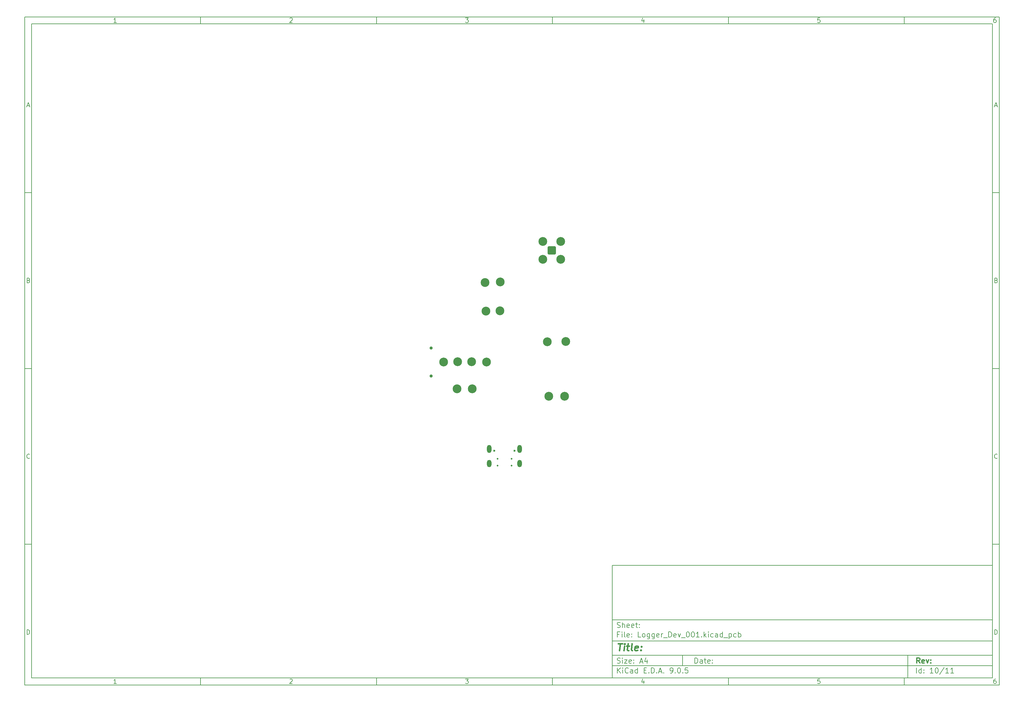
<source format=gbr>
%TF.GenerationSoftware,KiCad,Pcbnew,9.0.5*%
%TF.CreationDate,2025-12-06T02:43:12+13:00*%
%TF.ProjectId,Logger_Dev_001,4c6f6767-6572-45f4-9465-765f3030312e,rev?*%
%TF.SameCoordinates,Original*%
%TF.FileFunction,Soldermask,Bot*%
%TF.FilePolarity,Negative*%
%FSLAX46Y46*%
G04 Gerber Fmt 4.6, Leading zero omitted, Abs format (unit mm)*
G04 Created by KiCad (PCBNEW 9.0.5) date 2025-12-06 02:43:12*
%MOMM*%
%LPD*%
G01*
G04 APERTURE LIST*
G04 Aperture macros list*
%AMRoundRect*
0 Rectangle with rounded corners*
0 $1 Rounding radius*
0 $2 $3 $4 $5 $6 $7 $8 $9 X,Y pos of 4 corners*
0 Add a 4 corners polygon primitive as box body*
4,1,4,$2,$3,$4,$5,$6,$7,$8,$9,$2,$3,0*
0 Add four circle primitives for the rounded corners*
1,1,$1+$1,$2,$3*
1,1,$1+$1,$4,$5*
1,1,$1+$1,$6,$7*
1,1,$1+$1,$8,$9*
0 Add four rect primitives between the rounded corners*
20,1,$1+$1,$2,$3,$4,$5,0*
20,1,$1+$1,$4,$5,$6,$7,0*
20,1,$1+$1,$6,$7,$8,$9,0*
20,1,$1+$1,$8,$9,$2,$3,0*%
G04 Aperture macros list end*
%ADD10C,0.100000*%
%ADD11C,0.150000*%
%ADD12C,0.300000*%
%ADD13C,0.400000*%
%ADD14C,0.600000*%
%ADD15O,1.300000X2.300000*%
%ADD16O,1.300000X2.100000*%
%ADD17C,0.500000*%
%ADD18RoundRect,0.200100X-0.949900X-0.949900X0.949900X-0.949900X0.949900X0.949900X-0.949900X0.949900X0*%
%ADD19C,2.500000*%
%ADD20C,0.900000*%
G04 APERTURE END LIST*
D10*
D11*
X177002200Y-166007200D02*
X285002200Y-166007200D01*
X285002200Y-198007200D01*
X177002200Y-198007200D01*
X177002200Y-166007200D01*
D10*
D11*
X10000000Y-10000000D02*
X287002200Y-10000000D01*
X287002200Y-200007200D01*
X10000000Y-200007200D01*
X10000000Y-10000000D01*
D10*
D11*
X12000000Y-12000000D02*
X285002200Y-12000000D01*
X285002200Y-198007200D01*
X12000000Y-198007200D01*
X12000000Y-12000000D01*
D10*
D11*
X60000000Y-12000000D02*
X60000000Y-10000000D01*
D10*
D11*
X110000000Y-12000000D02*
X110000000Y-10000000D01*
D10*
D11*
X160000000Y-12000000D02*
X160000000Y-10000000D01*
D10*
D11*
X210000000Y-12000000D02*
X210000000Y-10000000D01*
D10*
D11*
X260000000Y-12000000D02*
X260000000Y-10000000D01*
D10*
D11*
X36089160Y-11593604D02*
X35346303Y-11593604D01*
X35717731Y-11593604D02*
X35717731Y-10293604D01*
X35717731Y-10293604D02*
X35593922Y-10479319D01*
X35593922Y-10479319D02*
X35470112Y-10603128D01*
X35470112Y-10603128D02*
X35346303Y-10665033D01*
D10*
D11*
X85346303Y-10417414D02*
X85408207Y-10355509D01*
X85408207Y-10355509D02*
X85532017Y-10293604D01*
X85532017Y-10293604D02*
X85841541Y-10293604D01*
X85841541Y-10293604D02*
X85965350Y-10355509D01*
X85965350Y-10355509D02*
X86027255Y-10417414D01*
X86027255Y-10417414D02*
X86089160Y-10541223D01*
X86089160Y-10541223D02*
X86089160Y-10665033D01*
X86089160Y-10665033D02*
X86027255Y-10850747D01*
X86027255Y-10850747D02*
X85284398Y-11593604D01*
X85284398Y-11593604D02*
X86089160Y-11593604D01*
D10*
D11*
X135284398Y-10293604D02*
X136089160Y-10293604D01*
X136089160Y-10293604D02*
X135655826Y-10788842D01*
X135655826Y-10788842D02*
X135841541Y-10788842D01*
X135841541Y-10788842D02*
X135965350Y-10850747D01*
X135965350Y-10850747D02*
X136027255Y-10912652D01*
X136027255Y-10912652D02*
X136089160Y-11036461D01*
X136089160Y-11036461D02*
X136089160Y-11345985D01*
X136089160Y-11345985D02*
X136027255Y-11469795D01*
X136027255Y-11469795D02*
X135965350Y-11531700D01*
X135965350Y-11531700D02*
X135841541Y-11593604D01*
X135841541Y-11593604D02*
X135470112Y-11593604D01*
X135470112Y-11593604D02*
X135346303Y-11531700D01*
X135346303Y-11531700D02*
X135284398Y-11469795D01*
D10*
D11*
X185965350Y-10726938D02*
X185965350Y-11593604D01*
X185655826Y-10231700D02*
X185346303Y-11160271D01*
X185346303Y-11160271D02*
X186151064Y-11160271D01*
D10*
D11*
X236027255Y-10293604D02*
X235408207Y-10293604D01*
X235408207Y-10293604D02*
X235346303Y-10912652D01*
X235346303Y-10912652D02*
X235408207Y-10850747D01*
X235408207Y-10850747D02*
X235532017Y-10788842D01*
X235532017Y-10788842D02*
X235841541Y-10788842D01*
X235841541Y-10788842D02*
X235965350Y-10850747D01*
X235965350Y-10850747D02*
X236027255Y-10912652D01*
X236027255Y-10912652D02*
X236089160Y-11036461D01*
X236089160Y-11036461D02*
X236089160Y-11345985D01*
X236089160Y-11345985D02*
X236027255Y-11469795D01*
X236027255Y-11469795D02*
X235965350Y-11531700D01*
X235965350Y-11531700D02*
X235841541Y-11593604D01*
X235841541Y-11593604D02*
X235532017Y-11593604D01*
X235532017Y-11593604D02*
X235408207Y-11531700D01*
X235408207Y-11531700D02*
X235346303Y-11469795D01*
D10*
D11*
X285965350Y-10293604D02*
X285717731Y-10293604D01*
X285717731Y-10293604D02*
X285593922Y-10355509D01*
X285593922Y-10355509D02*
X285532017Y-10417414D01*
X285532017Y-10417414D02*
X285408207Y-10603128D01*
X285408207Y-10603128D02*
X285346303Y-10850747D01*
X285346303Y-10850747D02*
X285346303Y-11345985D01*
X285346303Y-11345985D02*
X285408207Y-11469795D01*
X285408207Y-11469795D02*
X285470112Y-11531700D01*
X285470112Y-11531700D02*
X285593922Y-11593604D01*
X285593922Y-11593604D02*
X285841541Y-11593604D01*
X285841541Y-11593604D02*
X285965350Y-11531700D01*
X285965350Y-11531700D02*
X286027255Y-11469795D01*
X286027255Y-11469795D02*
X286089160Y-11345985D01*
X286089160Y-11345985D02*
X286089160Y-11036461D01*
X286089160Y-11036461D02*
X286027255Y-10912652D01*
X286027255Y-10912652D02*
X285965350Y-10850747D01*
X285965350Y-10850747D02*
X285841541Y-10788842D01*
X285841541Y-10788842D02*
X285593922Y-10788842D01*
X285593922Y-10788842D02*
X285470112Y-10850747D01*
X285470112Y-10850747D02*
X285408207Y-10912652D01*
X285408207Y-10912652D02*
X285346303Y-11036461D01*
D10*
D11*
X60000000Y-198007200D02*
X60000000Y-200007200D01*
D10*
D11*
X110000000Y-198007200D02*
X110000000Y-200007200D01*
D10*
D11*
X160000000Y-198007200D02*
X160000000Y-200007200D01*
D10*
D11*
X210000000Y-198007200D02*
X210000000Y-200007200D01*
D10*
D11*
X260000000Y-198007200D02*
X260000000Y-200007200D01*
D10*
D11*
X36089160Y-199600804D02*
X35346303Y-199600804D01*
X35717731Y-199600804D02*
X35717731Y-198300804D01*
X35717731Y-198300804D02*
X35593922Y-198486519D01*
X35593922Y-198486519D02*
X35470112Y-198610328D01*
X35470112Y-198610328D02*
X35346303Y-198672233D01*
D10*
D11*
X85346303Y-198424614D02*
X85408207Y-198362709D01*
X85408207Y-198362709D02*
X85532017Y-198300804D01*
X85532017Y-198300804D02*
X85841541Y-198300804D01*
X85841541Y-198300804D02*
X85965350Y-198362709D01*
X85965350Y-198362709D02*
X86027255Y-198424614D01*
X86027255Y-198424614D02*
X86089160Y-198548423D01*
X86089160Y-198548423D02*
X86089160Y-198672233D01*
X86089160Y-198672233D02*
X86027255Y-198857947D01*
X86027255Y-198857947D02*
X85284398Y-199600804D01*
X85284398Y-199600804D02*
X86089160Y-199600804D01*
D10*
D11*
X135284398Y-198300804D02*
X136089160Y-198300804D01*
X136089160Y-198300804D02*
X135655826Y-198796042D01*
X135655826Y-198796042D02*
X135841541Y-198796042D01*
X135841541Y-198796042D02*
X135965350Y-198857947D01*
X135965350Y-198857947D02*
X136027255Y-198919852D01*
X136027255Y-198919852D02*
X136089160Y-199043661D01*
X136089160Y-199043661D02*
X136089160Y-199353185D01*
X136089160Y-199353185D02*
X136027255Y-199476995D01*
X136027255Y-199476995D02*
X135965350Y-199538900D01*
X135965350Y-199538900D02*
X135841541Y-199600804D01*
X135841541Y-199600804D02*
X135470112Y-199600804D01*
X135470112Y-199600804D02*
X135346303Y-199538900D01*
X135346303Y-199538900D02*
X135284398Y-199476995D01*
D10*
D11*
X185965350Y-198734138D02*
X185965350Y-199600804D01*
X185655826Y-198238900D02*
X185346303Y-199167471D01*
X185346303Y-199167471D02*
X186151064Y-199167471D01*
D10*
D11*
X236027255Y-198300804D02*
X235408207Y-198300804D01*
X235408207Y-198300804D02*
X235346303Y-198919852D01*
X235346303Y-198919852D02*
X235408207Y-198857947D01*
X235408207Y-198857947D02*
X235532017Y-198796042D01*
X235532017Y-198796042D02*
X235841541Y-198796042D01*
X235841541Y-198796042D02*
X235965350Y-198857947D01*
X235965350Y-198857947D02*
X236027255Y-198919852D01*
X236027255Y-198919852D02*
X236089160Y-199043661D01*
X236089160Y-199043661D02*
X236089160Y-199353185D01*
X236089160Y-199353185D02*
X236027255Y-199476995D01*
X236027255Y-199476995D02*
X235965350Y-199538900D01*
X235965350Y-199538900D02*
X235841541Y-199600804D01*
X235841541Y-199600804D02*
X235532017Y-199600804D01*
X235532017Y-199600804D02*
X235408207Y-199538900D01*
X235408207Y-199538900D02*
X235346303Y-199476995D01*
D10*
D11*
X285965350Y-198300804D02*
X285717731Y-198300804D01*
X285717731Y-198300804D02*
X285593922Y-198362709D01*
X285593922Y-198362709D02*
X285532017Y-198424614D01*
X285532017Y-198424614D02*
X285408207Y-198610328D01*
X285408207Y-198610328D02*
X285346303Y-198857947D01*
X285346303Y-198857947D02*
X285346303Y-199353185D01*
X285346303Y-199353185D02*
X285408207Y-199476995D01*
X285408207Y-199476995D02*
X285470112Y-199538900D01*
X285470112Y-199538900D02*
X285593922Y-199600804D01*
X285593922Y-199600804D02*
X285841541Y-199600804D01*
X285841541Y-199600804D02*
X285965350Y-199538900D01*
X285965350Y-199538900D02*
X286027255Y-199476995D01*
X286027255Y-199476995D02*
X286089160Y-199353185D01*
X286089160Y-199353185D02*
X286089160Y-199043661D01*
X286089160Y-199043661D02*
X286027255Y-198919852D01*
X286027255Y-198919852D02*
X285965350Y-198857947D01*
X285965350Y-198857947D02*
X285841541Y-198796042D01*
X285841541Y-198796042D02*
X285593922Y-198796042D01*
X285593922Y-198796042D02*
X285470112Y-198857947D01*
X285470112Y-198857947D02*
X285408207Y-198919852D01*
X285408207Y-198919852D02*
X285346303Y-199043661D01*
D10*
D11*
X10000000Y-60000000D02*
X12000000Y-60000000D01*
D10*
D11*
X10000000Y-110000000D02*
X12000000Y-110000000D01*
D10*
D11*
X10000000Y-160000000D02*
X12000000Y-160000000D01*
D10*
D11*
X10690476Y-35222176D02*
X11309523Y-35222176D01*
X10566666Y-35593604D02*
X10999999Y-34293604D01*
X10999999Y-34293604D02*
X11433333Y-35593604D01*
D10*
D11*
X11092857Y-84912652D02*
X11278571Y-84974557D01*
X11278571Y-84974557D02*
X11340476Y-85036461D01*
X11340476Y-85036461D02*
X11402380Y-85160271D01*
X11402380Y-85160271D02*
X11402380Y-85345985D01*
X11402380Y-85345985D02*
X11340476Y-85469795D01*
X11340476Y-85469795D02*
X11278571Y-85531700D01*
X11278571Y-85531700D02*
X11154761Y-85593604D01*
X11154761Y-85593604D02*
X10659523Y-85593604D01*
X10659523Y-85593604D02*
X10659523Y-84293604D01*
X10659523Y-84293604D02*
X11092857Y-84293604D01*
X11092857Y-84293604D02*
X11216666Y-84355509D01*
X11216666Y-84355509D02*
X11278571Y-84417414D01*
X11278571Y-84417414D02*
X11340476Y-84541223D01*
X11340476Y-84541223D02*
X11340476Y-84665033D01*
X11340476Y-84665033D02*
X11278571Y-84788842D01*
X11278571Y-84788842D02*
X11216666Y-84850747D01*
X11216666Y-84850747D02*
X11092857Y-84912652D01*
X11092857Y-84912652D02*
X10659523Y-84912652D01*
D10*
D11*
X11402380Y-135469795D02*
X11340476Y-135531700D01*
X11340476Y-135531700D02*
X11154761Y-135593604D01*
X11154761Y-135593604D02*
X11030952Y-135593604D01*
X11030952Y-135593604D02*
X10845238Y-135531700D01*
X10845238Y-135531700D02*
X10721428Y-135407890D01*
X10721428Y-135407890D02*
X10659523Y-135284080D01*
X10659523Y-135284080D02*
X10597619Y-135036461D01*
X10597619Y-135036461D02*
X10597619Y-134850747D01*
X10597619Y-134850747D02*
X10659523Y-134603128D01*
X10659523Y-134603128D02*
X10721428Y-134479319D01*
X10721428Y-134479319D02*
X10845238Y-134355509D01*
X10845238Y-134355509D02*
X11030952Y-134293604D01*
X11030952Y-134293604D02*
X11154761Y-134293604D01*
X11154761Y-134293604D02*
X11340476Y-134355509D01*
X11340476Y-134355509D02*
X11402380Y-134417414D01*
D10*
D11*
X10659523Y-185593604D02*
X10659523Y-184293604D01*
X10659523Y-184293604D02*
X10969047Y-184293604D01*
X10969047Y-184293604D02*
X11154761Y-184355509D01*
X11154761Y-184355509D02*
X11278571Y-184479319D01*
X11278571Y-184479319D02*
X11340476Y-184603128D01*
X11340476Y-184603128D02*
X11402380Y-184850747D01*
X11402380Y-184850747D02*
X11402380Y-185036461D01*
X11402380Y-185036461D02*
X11340476Y-185284080D01*
X11340476Y-185284080D02*
X11278571Y-185407890D01*
X11278571Y-185407890D02*
X11154761Y-185531700D01*
X11154761Y-185531700D02*
X10969047Y-185593604D01*
X10969047Y-185593604D02*
X10659523Y-185593604D01*
D10*
D11*
X287002200Y-60000000D02*
X285002200Y-60000000D01*
D10*
D11*
X287002200Y-110000000D02*
X285002200Y-110000000D01*
D10*
D11*
X287002200Y-160000000D02*
X285002200Y-160000000D01*
D10*
D11*
X285692676Y-35222176D02*
X286311723Y-35222176D01*
X285568866Y-35593604D02*
X286002199Y-34293604D01*
X286002199Y-34293604D02*
X286435533Y-35593604D01*
D10*
D11*
X286095057Y-84912652D02*
X286280771Y-84974557D01*
X286280771Y-84974557D02*
X286342676Y-85036461D01*
X286342676Y-85036461D02*
X286404580Y-85160271D01*
X286404580Y-85160271D02*
X286404580Y-85345985D01*
X286404580Y-85345985D02*
X286342676Y-85469795D01*
X286342676Y-85469795D02*
X286280771Y-85531700D01*
X286280771Y-85531700D02*
X286156961Y-85593604D01*
X286156961Y-85593604D02*
X285661723Y-85593604D01*
X285661723Y-85593604D02*
X285661723Y-84293604D01*
X285661723Y-84293604D02*
X286095057Y-84293604D01*
X286095057Y-84293604D02*
X286218866Y-84355509D01*
X286218866Y-84355509D02*
X286280771Y-84417414D01*
X286280771Y-84417414D02*
X286342676Y-84541223D01*
X286342676Y-84541223D02*
X286342676Y-84665033D01*
X286342676Y-84665033D02*
X286280771Y-84788842D01*
X286280771Y-84788842D02*
X286218866Y-84850747D01*
X286218866Y-84850747D02*
X286095057Y-84912652D01*
X286095057Y-84912652D02*
X285661723Y-84912652D01*
D10*
D11*
X286404580Y-135469795D02*
X286342676Y-135531700D01*
X286342676Y-135531700D02*
X286156961Y-135593604D01*
X286156961Y-135593604D02*
X286033152Y-135593604D01*
X286033152Y-135593604D02*
X285847438Y-135531700D01*
X285847438Y-135531700D02*
X285723628Y-135407890D01*
X285723628Y-135407890D02*
X285661723Y-135284080D01*
X285661723Y-135284080D02*
X285599819Y-135036461D01*
X285599819Y-135036461D02*
X285599819Y-134850747D01*
X285599819Y-134850747D02*
X285661723Y-134603128D01*
X285661723Y-134603128D02*
X285723628Y-134479319D01*
X285723628Y-134479319D02*
X285847438Y-134355509D01*
X285847438Y-134355509D02*
X286033152Y-134293604D01*
X286033152Y-134293604D02*
X286156961Y-134293604D01*
X286156961Y-134293604D02*
X286342676Y-134355509D01*
X286342676Y-134355509D02*
X286404580Y-134417414D01*
D10*
D11*
X285661723Y-185593604D02*
X285661723Y-184293604D01*
X285661723Y-184293604D02*
X285971247Y-184293604D01*
X285971247Y-184293604D02*
X286156961Y-184355509D01*
X286156961Y-184355509D02*
X286280771Y-184479319D01*
X286280771Y-184479319D02*
X286342676Y-184603128D01*
X286342676Y-184603128D02*
X286404580Y-184850747D01*
X286404580Y-184850747D02*
X286404580Y-185036461D01*
X286404580Y-185036461D02*
X286342676Y-185284080D01*
X286342676Y-185284080D02*
X286280771Y-185407890D01*
X286280771Y-185407890D02*
X286156961Y-185531700D01*
X286156961Y-185531700D02*
X285971247Y-185593604D01*
X285971247Y-185593604D02*
X285661723Y-185593604D01*
D10*
D11*
X200458026Y-193793328D02*
X200458026Y-192293328D01*
X200458026Y-192293328D02*
X200815169Y-192293328D01*
X200815169Y-192293328D02*
X201029455Y-192364757D01*
X201029455Y-192364757D02*
X201172312Y-192507614D01*
X201172312Y-192507614D02*
X201243741Y-192650471D01*
X201243741Y-192650471D02*
X201315169Y-192936185D01*
X201315169Y-192936185D02*
X201315169Y-193150471D01*
X201315169Y-193150471D02*
X201243741Y-193436185D01*
X201243741Y-193436185D02*
X201172312Y-193579042D01*
X201172312Y-193579042D02*
X201029455Y-193721900D01*
X201029455Y-193721900D02*
X200815169Y-193793328D01*
X200815169Y-193793328D02*
X200458026Y-193793328D01*
X202600884Y-193793328D02*
X202600884Y-193007614D01*
X202600884Y-193007614D02*
X202529455Y-192864757D01*
X202529455Y-192864757D02*
X202386598Y-192793328D01*
X202386598Y-192793328D02*
X202100884Y-192793328D01*
X202100884Y-192793328D02*
X201958026Y-192864757D01*
X202600884Y-193721900D02*
X202458026Y-193793328D01*
X202458026Y-193793328D02*
X202100884Y-193793328D01*
X202100884Y-193793328D02*
X201958026Y-193721900D01*
X201958026Y-193721900D02*
X201886598Y-193579042D01*
X201886598Y-193579042D02*
X201886598Y-193436185D01*
X201886598Y-193436185D02*
X201958026Y-193293328D01*
X201958026Y-193293328D02*
X202100884Y-193221900D01*
X202100884Y-193221900D02*
X202458026Y-193221900D01*
X202458026Y-193221900D02*
X202600884Y-193150471D01*
X203100884Y-192793328D02*
X203672312Y-192793328D01*
X203315169Y-192293328D02*
X203315169Y-193579042D01*
X203315169Y-193579042D02*
X203386598Y-193721900D01*
X203386598Y-193721900D02*
X203529455Y-193793328D01*
X203529455Y-193793328D02*
X203672312Y-193793328D01*
X204743741Y-193721900D02*
X204600884Y-193793328D01*
X204600884Y-193793328D02*
X204315170Y-193793328D01*
X204315170Y-193793328D02*
X204172312Y-193721900D01*
X204172312Y-193721900D02*
X204100884Y-193579042D01*
X204100884Y-193579042D02*
X204100884Y-193007614D01*
X204100884Y-193007614D02*
X204172312Y-192864757D01*
X204172312Y-192864757D02*
X204315170Y-192793328D01*
X204315170Y-192793328D02*
X204600884Y-192793328D01*
X204600884Y-192793328D02*
X204743741Y-192864757D01*
X204743741Y-192864757D02*
X204815170Y-193007614D01*
X204815170Y-193007614D02*
X204815170Y-193150471D01*
X204815170Y-193150471D02*
X204100884Y-193293328D01*
X205458026Y-193650471D02*
X205529455Y-193721900D01*
X205529455Y-193721900D02*
X205458026Y-193793328D01*
X205458026Y-193793328D02*
X205386598Y-193721900D01*
X205386598Y-193721900D02*
X205458026Y-193650471D01*
X205458026Y-193650471D02*
X205458026Y-193793328D01*
X205458026Y-192864757D02*
X205529455Y-192936185D01*
X205529455Y-192936185D02*
X205458026Y-193007614D01*
X205458026Y-193007614D02*
X205386598Y-192936185D01*
X205386598Y-192936185D02*
X205458026Y-192864757D01*
X205458026Y-192864757D02*
X205458026Y-193007614D01*
D10*
D11*
X177002200Y-194507200D02*
X285002200Y-194507200D01*
D10*
D11*
X178458026Y-196593328D02*
X178458026Y-195093328D01*
X179315169Y-196593328D02*
X178672312Y-195736185D01*
X179315169Y-195093328D02*
X178458026Y-195950471D01*
X179958026Y-196593328D02*
X179958026Y-195593328D01*
X179958026Y-195093328D02*
X179886598Y-195164757D01*
X179886598Y-195164757D02*
X179958026Y-195236185D01*
X179958026Y-195236185D02*
X180029455Y-195164757D01*
X180029455Y-195164757D02*
X179958026Y-195093328D01*
X179958026Y-195093328D02*
X179958026Y-195236185D01*
X181529455Y-196450471D02*
X181458027Y-196521900D01*
X181458027Y-196521900D02*
X181243741Y-196593328D01*
X181243741Y-196593328D02*
X181100884Y-196593328D01*
X181100884Y-196593328D02*
X180886598Y-196521900D01*
X180886598Y-196521900D02*
X180743741Y-196379042D01*
X180743741Y-196379042D02*
X180672312Y-196236185D01*
X180672312Y-196236185D02*
X180600884Y-195950471D01*
X180600884Y-195950471D02*
X180600884Y-195736185D01*
X180600884Y-195736185D02*
X180672312Y-195450471D01*
X180672312Y-195450471D02*
X180743741Y-195307614D01*
X180743741Y-195307614D02*
X180886598Y-195164757D01*
X180886598Y-195164757D02*
X181100884Y-195093328D01*
X181100884Y-195093328D02*
X181243741Y-195093328D01*
X181243741Y-195093328D02*
X181458027Y-195164757D01*
X181458027Y-195164757D02*
X181529455Y-195236185D01*
X182815170Y-196593328D02*
X182815170Y-195807614D01*
X182815170Y-195807614D02*
X182743741Y-195664757D01*
X182743741Y-195664757D02*
X182600884Y-195593328D01*
X182600884Y-195593328D02*
X182315170Y-195593328D01*
X182315170Y-195593328D02*
X182172312Y-195664757D01*
X182815170Y-196521900D02*
X182672312Y-196593328D01*
X182672312Y-196593328D02*
X182315170Y-196593328D01*
X182315170Y-196593328D02*
X182172312Y-196521900D01*
X182172312Y-196521900D02*
X182100884Y-196379042D01*
X182100884Y-196379042D02*
X182100884Y-196236185D01*
X182100884Y-196236185D02*
X182172312Y-196093328D01*
X182172312Y-196093328D02*
X182315170Y-196021900D01*
X182315170Y-196021900D02*
X182672312Y-196021900D01*
X182672312Y-196021900D02*
X182815170Y-195950471D01*
X184172313Y-196593328D02*
X184172313Y-195093328D01*
X184172313Y-196521900D02*
X184029455Y-196593328D01*
X184029455Y-196593328D02*
X183743741Y-196593328D01*
X183743741Y-196593328D02*
X183600884Y-196521900D01*
X183600884Y-196521900D02*
X183529455Y-196450471D01*
X183529455Y-196450471D02*
X183458027Y-196307614D01*
X183458027Y-196307614D02*
X183458027Y-195879042D01*
X183458027Y-195879042D02*
X183529455Y-195736185D01*
X183529455Y-195736185D02*
X183600884Y-195664757D01*
X183600884Y-195664757D02*
X183743741Y-195593328D01*
X183743741Y-195593328D02*
X184029455Y-195593328D01*
X184029455Y-195593328D02*
X184172313Y-195664757D01*
X186029455Y-195807614D02*
X186529455Y-195807614D01*
X186743741Y-196593328D02*
X186029455Y-196593328D01*
X186029455Y-196593328D02*
X186029455Y-195093328D01*
X186029455Y-195093328D02*
X186743741Y-195093328D01*
X187386598Y-196450471D02*
X187458027Y-196521900D01*
X187458027Y-196521900D02*
X187386598Y-196593328D01*
X187386598Y-196593328D02*
X187315170Y-196521900D01*
X187315170Y-196521900D02*
X187386598Y-196450471D01*
X187386598Y-196450471D02*
X187386598Y-196593328D01*
X188100884Y-196593328D02*
X188100884Y-195093328D01*
X188100884Y-195093328D02*
X188458027Y-195093328D01*
X188458027Y-195093328D02*
X188672313Y-195164757D01*
X188672313Y-195164757D02*
X188815170Y-195307614D01*
X188815170Y-195307614D02*
X188886599Y-195450471D01*
X188886599Y-195450471D02*
X188958027Y-195736185D01*
X188958027Y-195736185D02*
X188958027Y-195950471D01*
X188958027Y-195950471D02*
X188886599Y-196236185D01*
X188886599Y-196236185D02*
X188815170Y-196379042D01*
X188815170Y-196379042D02*
X188672313Y-196521900D01*
X188672313Y-196521900D02*
X188458027Y-196593328D01*
X188458027Y-196593328D02*
X188100884Y-196593328D01*
X189600884Y-196450471D02*
X189672313Y-196521900D01*
X189672313Y-196521900D02*
X189600884Y-196593328D01*
X189600884Y-196593328D02*
X189529456Y-196521900D01*
X189529456Y-196521900D02*
X189600884Y-196450471D01*
X189600884Y-196450471D02*
X189600884Y-196593328D01*
X190243742Y-196164757D02*
X190958028Y-196164757D01*
X190100885Y-196593328D02*
X190600885Y-195093328D01*
X190600885Y-195093328D02*
X191100885Y-196593328D01*
X191600884Y-196450471D02*
X191672313Y-196521900D01*
X191672313Y-196521900D02*
X191600884Y-196593328D01*
X191600884Y-196593328D02*
X191529456Y-196521900D01*
X191529456Y-196521900D02*
X191600884Y-196450471D01*
X191600884Y-196450471D02*
X191600884Y-196593328D01*
X193529456Y-196593328D02*
X193815170Y-196593328D01*
X193815170Y-196593328D02*
X193958027Y-196521900D01*
X193958027Y-196521900D02*
X194029456Y-196450471D01*
X194029456Y-196450471D02*
X194172313Y-196236185D01*
X194172313Y-196236185D02*
X194243742Y-195950471D01*
X194243742Y-195950471D02*
X194243742Y-195379042D01*
X194243742Y-195379042D02*
X194172313Y-195236185D01*
X194172313Y-195236185D02*
X194100885Y-195164757D01*
X194100885Y-195164757D02*
X193958027Y-195093328D01*
X193958027Y-195093328D02*
X193672313Y-195093328D01*
X193672313Y-195093328D02*
X193529456Y-195164757D01*
X193529456Y-195164757D02*
X193458027Y-195236185D01*
X193458027Y-195236185D02*
X193386599Y-195379042D01*
X193386599Y-195379042D02*
X193386599Y-195736185D01*
X193386599Y-195736185D02*
X193458027Y-195879042D01*
X193458027Y-195879042D02*
X193529456Y-195950471D01*
X193529456Y-195950471D02*
X193672313Y-196021900D01*
X193672313Y-196021900D02*
X193958027Y-196021900D01*
X193958027Y-196021900D02*
X194100885Y-195950471D01*
X194100885Y-195950471D02*
X194172313Y-195879042D01*
X194172313Y-195879042D02*
X194243742Y-195736185D01*
X194886598Y-196450471D02*
X194958027Y-196521900D01*
X194958027Y-196521900D02*
X194886598Y-196593328D01*
X194886598Y-196593328D02*
X194815170Y-196521900D01*
X194815170Y-196521900D02*
X194886598Y-196450471D01*
X194886598Y-196450471D02*
X194886598Y-196593328D01*
X195886599Y-195093328D02*
X196029456Y-195093328D01*
X196029456Y-195093328D02*
X196172313Y-195164757D01*
X196172313Y-195164757D02*
X196243742Y-195236185D01*
X196243742Y-195236185D02*
X196315170Y-195379042D01*
X196315170Y-195379042D02*
X196386599Y-195664757D01*
X196386599Y-195664757D02*
X196386599Y-196021900D01*
X196386599Y-196021900D02*
X196315170Y-196307614D01*
X196315170Y-196307614D02*
X196243742Y-196450471D01*
X196243742Y-196450471D02*
X196172313Y-196521900D01*
X196172313Y-196521900D02*
X196029456Y-196593328D01*
X196029456Y-196593328D02*
X195886599Y-196593328D01*
X195886599Y-196593328D02*
X195743742Y-196521900D01*
X195743742Y-196521900D02*
X195672313Y-196450471D01*
X195672313Y-196450471D02*
X195600884Y-196307614D01*
X195600884Y-196307614D02*
X195529456Y-196021900D01*
X195529456Y-196021900D02*
X195529456Y-195664757D01*
X195529456Y-195664757D02*
X195600884Y-195379042D01*
X195600884Y-195379042D02*
X195672313Y-195236185D01*
X195672313Y-195236185D02*
X195743742Y-195164757D01*
X195743742Y-195164757D02*
X195886599Y-195093328D01*
X197029455Y-196450471D02*
X197100884Y-196521900D01*
X197100884Y-196521900D02*
X197029455Y-196593328D01*
X197029455Y-196593328D02*
X196958027Y-196521900D01*
X196958027Y-196521900D02*
X197029455Y-196450471D01*
X197029455Y-196450471D02*
X197029455Y-196593328D01*
X198458027Y-195093328D02*
X197743741Y-195093328D01*
X197743741Y-195093328D02*
X197672313Y-195807614D01*
X197672313Y-195807614D02*
X197743741Y-195736185D01*
X197743741Y-195736185D02*
X197886599Y-195664757D01*
X197886599Y-195664757D02*
X198243741Y-195664757D01*
X198243741Y-195664757D02*
X198386599Y-195736185D01*
X198386599Y-195736185D02*
X198458027Y-195807614D01*
X198458027Y-195807614D02*
X198529456Y-195950471D01*
X198529456Y-195950471D02*
X198529456Y-196307614D01*
X198529456Y-196307614D02*
X198458027Y-196450471D01*
X198458027Y-196450471D02*
X198386599Y-196521900D01*
X198386599Y-196521900D02*
X198243741Y-196593328D01*
X198243741Y-196593328D02*
X197886599Y-196593328D01*
X197886599Y-196593328D02*
X197743741Y-196521900D01*
X197743741Y-196521900D02*
X197672313Y-196450471D01*
D10*
D11*
X177002200Y-191507200D02*
X285002200Y-191507200D01*
D10*
D12*
X264413853Y-193785528D02*
X263913853Y-193071242D01*
X263556710Y-193785528D02*
X263556710Y-192285528D01*
X263556710Y-192285528D02*
X264128139Y-192285528D01*
X264128139Y-192285528D02*
X264270996Y-192356957D01*
X264270996Y-192356957D02*
X264342425Y-192428385D01*
X264342425Y-192428385D02*
X264413853Y-192571242D01*
X264413853Y-192571242D02*
X264413853Y-192785528D01*
X264413853Y-192785528D02*
X264342425Y-192928385D01*
X264342425Y-192928385D02*
X264270996Y-192999814D01*
X264270996Y-192999814D02*
X264128139Y-193071242D01*
X264128139Y-193071242D02*
X263556710Y-193071242D01*
X265628139Y-193714100D02*
X265485282Y-193785528D01*
X265485282Y-193785528D02*
X265199568Y-193785528D01*
X265199568Y-193785528D02*
X265056710Y-193714100D01*
X265056710Y-193714100D02*
X264985282Y-193571242D01*
X264985282Y-193571242D02*
X264985282Y-192999814D01*
X264985282Y-192999814D02*
X265056710Y-192856957D01*
X265056710Y-192856957D02*
X265199568Y-192785528D01*
X265199568Y-192785528D02*
X265485282Y-192785528D01*
X265485282Y-192785528D02*
X265628139Y-192856957D01*
X265628139Y-192856957D02*
X265699568Y-192999814D01*
X265699568Y-192999814D02*
X265699568Y-193142671D01*
X265699568Y-193142671D02*
X264985282Y-193285528D01*
X266199567Y-192785528D02*
X266556710Y-193785528D01*
X266556710Y-193785528D02*
X266913853Y-192785528D01*
X267485281Y-193642671D02*
X267556710Y-193714100D01*
X267556710Y-193714100D02*
X267485281Y-193785528D01*
X267485281Y-193785528D02*
X267413853Y-193714100D01*
X267413853Y-193714100D02*
X267485281Y-193642671D01*
X267485281Y-193642671D02*
X267485281Y-193785528D01*
X267485281Y-192856957D02*
X267556710Y-192928385D01*
X267556710Y-192928385D02*
X267485281Y-192999814D01*
X267485281Y-192999814D02*
X267413853Y-192928385D01*
X267413853Y-192928385D02*
X267485281Y-192856957D01*
X267485281Y-192856957D02*
X267485281Y-192999814D01*
D10*
D11*
X178386598Y-193721900D02*
X178600884Y-193793328D01*
X178600884Y-193793328D02*
X178958026Y-193793328D01*
X178958026Y-193793328D02*
X179100884Y-193721900D01*
X179100884Y-193721900D02*
X179172312Y-193650471D01*
X179172312Y-193650471D02*
X179243741Y-193507614D01*
X179243741Y-193507614D02*
X179243741Y-193364757D01*
X179243741Y-193364757D02*
X179172312Y-193221900D01*
X179172312Y-193221900D02*
X179100884Y-193150471D01*
X179100884Y-193150471D02*
X178958026Y-193079042D01*
X178958026Y-193079042D02*
X178672312Y-193007614D01*
X178672312Y-193007614D02*
X178529455Y-192936185D01*
X178529455Y-192936185D02*
X178458026Y-192864757D01*
X178458026Y-192864757D02*
X178386598Y-192721900D01*
X178386598Y-192721900D02*
X178386598Y-192579042D01*
X178386598Y-192579042D02*
X178458026Y-192436185D01*
X178458026Y-192436185D02*
X178529455Y-192364757D01*
X178529455Y-192364757D02*
X178672312Y-192293328D01*
X178672312Y-192293328D02*
X179029455Y-192293328D01*
X179029455Y-192293328D02*
X179243741Y-192364757D01*
X179886597Y-193793328D02*
X179886597Y-192793328D01*
X179886597Y-192293328D02*
X179815169Y-192364757D01*
X179815169Y-192364757D02*
X179886597Y-192436185D01*
X179886597Y-192436185D02*
X179958026Y-192364757D01*
X179958026Y-192364757D02*
X179886597Y-192293328D01*
X179886597Y-192293328D02*
X179886597Y-192436185D01*
X180458026Y-192793328D02*
X181243741Y-192793328D01*
X181243741Y-192793328D02*
X180458026Y-193793328D01*
X180458026Y-193793328D02*
X181243741Y-193793328D01*
X182386598Y-193721900D02*
X182243741Y-193793328D01*
X182243741Y-193793328D02*
X181958027Y-193793328D01*
X181958027Y-193793328D02*
X181815169Y-193721900D01*
X181815169Y-193721900D02*
X181743741Y-193579042D01*
X181743741Y-193579042D02*
X181743741Y-193007614D01*
X181743741Y-193007614D02*
X181815169Y-192864757D01*
X181815169Y-192864757D02*
X181958027Y-192793328D01*
X181958027Y-192793328D02*
X182243741Y-192793328D01*
X182243741Y-192793328D02*
X182386598Y-192864757D01*
X182386598Y-192864757D02*
X182458027Y-193007614D01*
X182458027Y-193007614D02*
X182458027Y-193150471D01*
X182458027Y-193150471D02*
X181743741Y-193293328D01*
X183100883Y-193650471D02*
X183172312Y-193721900D01*
X183172312Y-193721900D02*
X183100883Y-193793328D01*
X183100883Y-193793328D02*
X183029455Y-193721900D01*
X183029455Y-193721900D02*
X183100883Y-193650471D01*
X183100883Y-193650471D02*
X183100883Y-193793328D01*
X183100883Y-192864757D02*
X183172312Y-192936185D01*
X183172312Y-192936185D02*
X183100883Y-193007614D01*
X183100883Y-193007614D02*
X183029455Y-192936185D01*
X183029455Y-192936185D02*
X183100883Y-192864757D01*
X183100883Y-192864757D02*
X183100883Y-193007614D01*
X184886598Y-193364757D02*
X185600884Y-193364757D01*
X184743741Y-193793328D02*
X185243741Y-192293328D01*
X185243741Y-192293328D02*
X185743741Y-193793328D01*
X186886598Y-192793328D02*
X186886598Y-193793328D01*
X186529455Y-192221900D02*
X186172312Y-193293328D01*
X186172312Y-193293328D02*
X187100883Y-193293328D01*
D10*
D11*
X263458026Y-196593328D02*
X263458026Y-195093328D01*
X264815170Y-196593328D02*
X264815170Y-195093328D01*
X264815170Y-196521900D02*
X264672312Y-196593328D01*
X264672312Y-196593328D02*
X264386598Y-196593328D01*
X264386598Y-196593328D02*
X264243741Y-196521900D01*
X264243741Y-196521900D02*
X264172312Y-196450471D01*
X264172312Y-196450471D02*
X264100884Y-196307614D01*
X264100884Y-196307614D02*
X264100884Y-195879042D01*
X264100884Y-195879042D02*
X264172312Y-195736185D01*
X264172312Y-195736185D02*
X264243741Y-195664757D01*
X264243741Y-195664757D02*
X264386598Y-195593328D01*
X264386598Y-195593328D02*
X264672312Y-195593328D01*
X264672312Y-195593328D02*
X264815170Y-195664757D01*
X265529455Y-196450471D02*
X265600884Y-196521900D01*
X265600884Y-196521900D02*
X265529455Y-196593328D01*
X265529455Y-196593328D02*
X265458027Y-196521900D01*
X265458027Y-196521900D02*
X265529455Y-196450471D01*
X265529455Y-196450471D02*
X265529455Y-196593328D01*
X265529455Y-195664757D02*
X265600884Y-195736185D01*
X265600884Y-195736185D02*
X265529455Y-195807614D01*
X265529455Y-195807614D02*
X265458027Y-195736185D01*
X265458027Y-195736185D02*
X265529455Y-195664757D01*
X265529455Y-195664757D02*
X265529455Y-195807614D01*
X268172313Y-196593328D02*
X267315170Y-196593328D01*
X267743741Y-196593328D02*
X267743741Y-195093328D01*
X267743741Y-195093328D02*
X267600884Y-195307614D01*
X267600884Y-195307614D02*
X267458027Y-195450471D01*
X267458027Y-195450471D02*
X267315170Y-195521900D01*
X269100884Y-195093328D02*
X269243741Y-195093328D01*
X269243741Y-195093328D02*
X269386598Y-195164757D01*
X269386598Y-195164757D02*
X269458027Y-195236185D01*
X269458027Y-195236185D02*
X269529455Y-195379042D01*
X269529455Y-195379042D02*
X269600884Y-195664757D01*
X269600884Y-195664757D02*
X269600884Y-196021900D01*
X269600884Y-196021900D02*
X269529455Y-196307614D01*
X269529455Y-196307614D02*
X269458027Y-196450471D01*
X269458027Y-196450471D02*
X269386598Y-196521900D01*
X269386598Y-196521900D02*
X269243741Y-196593328D01*
X269243741Y-196593328D02*
X269100884Y-196593328D01*
X269100884Y-196593328D02*
X268958027Y-196521900D01*
X268958027Y-196521900D02*
X268886598Y-196450471D01*
X268886598Y-196450471D02*
X268815169Y-196307614D01*
X268815169Y-196307614D02*
X268743741Y-196021900D01*
X268743741Y-196021900D02*
X268743741Y-195664757D01*
X268743741Y-195664757D02*
X268815169Y-195379042D01*
X268815169Y-195379042D02*
X268886598Y-195236185D01*
X268886598Y-195236185D02*
X268958027Y-195164757D01*
X268958027Y-195164757D02*
X269100884Y-195093328D01*
X271315169Y-195021900D02*
X270029455Y-196950471D01*
X272600884Y-196593328D02*
X271743741Y-196593328D01*
X272172312Y-196593328D02*
X272172312Y-195093328D01*
X272172312Y-195093328D02*
X272029455Y-195307614D01*
X272029455Y-195307614D02*
X271886598Y-195450471D01*
X271886598Y-195450471D02*
X271743741Y-195521900D01*
X274029455Y-196593328D02*
X273172312Y-196593328D01*
X273600883Y-196593328D02*
X273600883Y-195093328D01*
X273600883Y-195093328D02*
X273458026Y-195307614D01*
X273458026Y-195307614D02*
X273315169Y-195450471D01*
X273315169Y-195450471D02*
X273172312Y-195521900D01*
D10*
D11*
X177002200Y-187507200D02*
X285002200Y-187507200D01*
D10*
D13*
X178693928Y-188211638D02*
X179836785Y-188211638D01*
X179015357Y-190211638D02*
X179265357Y-188211638D01*
X180253452Y-190211638D02*
X180420119Y-188878304D01*
X180503452Y-188211638D02*
X180396309Y-188306876D01*
X180396309Y-188306876D02*
X180479643Y-188402114D01*
X180479643Y-188402114D02*
X180586786Y-188306876D01*
X180586786Y-188306876D02*
X180503452Y-188211638D01*
X180503452Y-188211638D02*
X180479643Y-188402114D01*
X181086786Y-188878304D02*
X181848690Y-188878304D01*
X181455833Y-188211638D02*
X181241548Y-189925923D01*
X181241548Y-189925923D02*
X181312976Y-190116400D01*
X181312976Y-190116400D02*
X181491548Y-190211638D01*
X181491548Y-190211638D02*
X181682024Y-190211638D01*
X182634405Y-190211638D02*
X182455833Y-190116400D01*
X182455833Y-190116400D02*
X182384405Y-189925923D01*
X182384405Y-189925923D02*
X182598690Y-188211638D01*
X184170119Y-190116400D02*
X183967738Y-190211638D01*
X183967738Y-190211638D02*
X183586785Y-190211638D01*
X183586785Y-190211638D02*
X183408214Y-190116400D01*
X183408214Y-190116400D02*
X183336785Y-189925923D01*
X183336785Y-189925923D02*
X183432024Y-189164019D01*
X183432024Y-189164019D02*
X183551071Y-188973542D01*
X183551071Y-188973542D02*
X183753452Y-188878304D01*
X183753452Y-188878304D02*
X184134404Y-188878304D01*
X184134404Y-188878304D02*
X184312976Y-188973542D01*
X184312976Y-188973542D02*
X184384404Y-189164019D01*
X184384404Y-189164019D02*
X184360595Y-189354495D01*
X184360595Y-189354495D02*
X183384404Y-189544971D01*
X185134405Y-190021161D02*
X185217738Y-190116400D01*
X185217738Y-190116400D02*
X185110595Y-190211638D01*
X185110595Y-190211638D02*
X185027262Y-190116400D01*
X185027262Y-190116400D02*
X185134405Y-190021161D01*
X185134405Y-190021161D02*
X185110595Y-190211638D01*
X185265357Y-188973542D02*
X185348690Y-189068780D01*
X185348690Y-189068780D02*
X185241548Y-189164019D01*
X185241548Y-189164019D02*
X185158214Y-189068780D01*
X185158214Y-189068780D02*
X185265357Y-188973542D01*
X185265357Y-188973542D02*
X185241548Y-189164019D01*
D10*
D11*
X178958026Y-185607614D02*
X178458026Y-185607614D01*
X178458026Y-186393328D02*
X178458026Y-184893328D01*
X178458026Y-184893328D02*
X179172312Y-184893328D01*
X179743740Y-186393328D02*
X179743740Y-185393328D01*
X179743740Y-184893328D02*
X179672312Y-184964757D01*
X179672312Y-184964757D02*
X179743740Y-185036185D01*
X179743740Y-185036185D02*
X179815169Y-184964757D01*
X179815169Y-184964757D02*
X179743740Y-184893328D01*
X179743740Y-184893328D02*
X179743740Y-185036185D01*
X180672312Y-186393328D02*
X180529455Y-186321900D01*
X180529455Y-186321900D02*
X180458026Y-186179042D01*
X180458026Y-186179042D02*
X180458026Y-184893328D01*
X181815169Y-186321900D02*
X181672312Y-186393328D01*
X181672312Y-186393328D02*
X181386598Y-186393328D01*
X181386598Y-186393328D02*
X181243740Y-186321900D01*
X181243740Y-186321900D02*
X181172312Y-186179042D01*
X181172312Y-186179042D02*
X181172312Y-185607614D01*
X181172312Y-185607614D02*
X181243740Y-185464757D01*
X181243740Y-185464757D02*
X181386598Y-185393328D01*
X181386598Y-185393328D02*
X181672312Y-185393328D01*
X181672312Y-185393328D02*
X181815169Y-185464757D01*
X181815169Y-185464757D02*
X181886598Y-185607614D01*
X181886598Y-185607614D02*
X181886598Y-185750471D01*
X181886598Y-185750471D02*
X181172312Y-185893328D01*
X182529454Y-186250471D02*
X182600883Y-186321900D01*
X182600883Y-186321900D02*
X182529454Y-186393328D01*
X182529454Y-186393328D02*
X182458026Y-186321900D01*
X182458026Y-186321900D02*
X182529454Y-186250471D01*
X182529454Y-186250471D02*
X182529454Y-186393328D01*
X182529454Y-185464757D02*
X182600883Y-185536185D01*
X182600883Y-185536185D02*
X182529454Y-185607614D01*
X182529454Y-185607614D02*
X182458026Y-185536185D01*
X182458026Y-185536185D02*
X182529454Y-185464757D01*
X182529454Y-185464757D02*
X182529454Y-185607614D01*
X185100883Y-186393328D02*
X184386597Y-186393328D01*
X184386597Y-186393328D02*
X184386597Y-184893328D01*
X185815169Y-186393328D02*
X185672312Y-186321900D01*
X185672312Y-186321900D02*
X185600883Y-186250471D01*
X185600883Y-186250471D02*
X185529455Y-186107614D01*
X185529455Y-186107614D02*
X185529455Y-185679042D01*
X185529455Y-185679042D02*
X185600883Y-185536185D01*
X185600883Y-185536185D02*
X185672312Y-185464757D01*
X185672312Y-185464757D02*
X185815169Y-185393328D01*
X185815169Y-185393328D02*
X186029455Y-185393328D01*
X186029455Y-185393328D02*
X186172312Y-185464757D01*
X186172312Y-185464757D02*
X186243741Y-185536185D01*
X186243741Y-185536185D02*
X186315169Y-185679042D01*
X186315169Y-185679042D02*
X186315169Y-186107614D01*
X186315169Y-186107614D02*
X186243741Y-186250471D01*
X186243741Y-186250471D02*
X186172312Y-186321900D01*
X186172312Y-186321900D02*
X186029455Y-186393328D01*
X186029455Y-186393328D02*
X185815169Y-186393328D01*
X187600884Y-185393328D02*
X187600884Y-186607614D01*
X187600884Y-186607614D02*
X187529455Y-186750471D01*
X187529455Y-186750471D02*
X187458026Y-186821900D01*
X187458026Y-186821900D02*
X187315169Y-186893328D01*
X187315169Y-186893328D02*
X187100884Y-186893328D01*
X187100884Y-186893328D02*
X186958026Y-186821900D01*
X187600884Y-186321900D02*
X187458026Y-186393328D01*
X187458026Y-186393328D02*
X187172312Y-186393328D01*
X187172312Y-186393328D02*
X187029455Y-186321900D01*
X187029455Y-186321900D02*
X186958026Y-186250471D01*
X186958026Y-186250471D02*
X186886598Y-186107614D01*
X186886598Y-186107614D02*
X186886598Y-185679042D01*
X186886598Y-185679042D02*
X186958026Y-185536185D01*
X186958026Y-185536185D02*
X187029455Y-185464757D01*
X187029455Y-185464757D02*
X187172312Y-185393328D01*
X187172312Y-185393328D02*
X187458026Y-185393328D01*
X187458026Y-185393328D02*
X187600884Y-185464757D01*
X188958027Y-185393328D02*
X188958027Y-186607614D01*
X188958027Y-186607614D02*
X188886598Y-186750471D01*
X188886598Y-186750471D02*
X188815169Y-186821900D01*
X188815169Y-186821900D02*
X188672312Y-186893328D01*
X188672312Y-186893328D02*
X188458027Y-186893328D01*
X188458027Y-186893328D02*
X188315169Y-186821900D01*
X188958027Y-186321900D02*
X188815169Y-186393328D01*
X188815169Y-186393328D02*
X188529455Y-186393328D01*
X188529455Y-186393328D02*
X188386598Y-186321900D01*
X188386598Y-186321900D02*
X188315169Y-186250471D01*
X188315169Y-186250471D02*
X188243741Y-186107614D01*
X188243741Y-186107614D02*
X188243741Y-185679042D01*
X188243741Y-185679042D02*
X188315169Y-185536185D01*
X188315169Y-185536185D02*
X188386598Y-185464757D01*
X188386598Y-185464757D02*
X188529455Y-185393328D01*
X188529455Y-185393328D02*
X188815169Y-185393328D01*
X188815169Y-185393328D02*
X188958027Y-185464757D01*
X190243741Y-186321900D02*
X190100884Y-186393328D01*
X190100884Y-186393328D02*
X189815170Y-186393328D01*
X189815170Y-186393328D02*
X189672312Y-186321900D01*
X189672312Y-186321900D02*
X189600884Y-186179042D01*
X189600884Y-186179042D02*
X189600884Y-185607614D01*
X189600884Y-185607614D02*
X189672312Y-185464757D01*
X189672312Y-185464757D02*
X189815170Y-185393328D01*
X189815170Y-185393328D02*
X190100884Y-185393328D01*
X190100884Y-185393328D02*
X190243741Y-185464757D01*
X190243741Y-185464757D02*
X190315170Y-185607614D01*
X190315170Y-185607614D02*
X190315170Y-185750471D01*
X190315170Y-185750471D02*
X189600884Y-185893328D01*
X190958026Y-186393328D02*
X190958026Y-185393328D01*
X190958026Y-185679042D02*
X191029455Y-185536185D01*
X191029455Y-185536185D02*
X191100884Y-185464757D01*
X191100884Y-185464757D02*
X191243741Y-185393328D01*
X191243741Y-185393328D02*
X191386598Y-185393328D01*
X191529455Y-186536185D02*
X192672312Y-186536185D01*
X193029454Y-186393328D02*
X193029454Y-184893328D01*
X193029454Y-184893328D02*
X193386597Y-184893328D01*
X193386597Y-184893328D02*
X193600883Y-184964757D01*
X193600883Y-184964757D02*
X193743740Y-185107614D01*
X193743740Y-185107614D02*
X193815169Y-185250471D01*
X193815169Y-185250471D02*
X193886597Y-185536185D01*
X193886597Y-185536185D02*
X193886597Y-185750471D01*
X193886597Y-185750471D02*
X193815169Y-186036185D01*
X193815169Y-186036185D02*
X193743740Y-186179042D01*
X193743740Y-186179042D02*
X193600883Y-186321900D01*
X193600883Y-186321900D02*
X193386597Y-186393328D01*
X193386597Y-186393328D02*
X193029454Y-186393328D01*
X195100883Y-186321900D02*
X194958026Y-186393328D01*
X194958026Y-186393328D02*
X194672312Y-186393328D01*
X194672312Y-186393328D02*
X194529454Y-186321900D01*
X194529454Y-186321900D02*
X194458026Y-186179042D01*
X194458026Y-186179042D02*
X194458026Y-185607614D01*
X194458026Y-185607614D02*
X194529454Y-185464757D01*
X194529454Y-185464757D02*
X194672312Y-185393328D01*
X194672312Y-185393328D02*
X194958026Y-185393328D01*
X194958026Y-185393328D02*
X195100883Y-185464757D01*
X195100883Y-185464757D02*
X195172312Y-185607614D01*
X195172312Y-185607614D02*
X195172312Y-185750471D01*
X195172312Y-185750471D02*
X194458026Y-185893328D01*
X195672311Y-185393328D02*
X196029454Y-186393328D01*
X196029454Y-186393328D02*
X196386597Y-185393328D01*
X196600883Y-186536185D02*
X197743740Y-186536185D01*
X198386597Y-184893328D02*
X198529454Y-184893328D01*
X198529454Y-184893328D02*
X198672311Y-184964757D01*
X198672311Y-184964757D02*
X198743740Y-185036185D01*
X198743740Y-185036185D02*
X198815168Y-185179042D01*
X198815168Y-185179042D02*
X198886597Y-185464757D01*
X198886597Y-185464757D02*
X198886597Y-185821900D01*
X198886597Y-185821900D02*
X198815168Y-186107614D01*
X198815168Y-186107614D02*
X198743740Y-186250471D01*
X198743740Y-186250471D02*
X198672311Y-186321900D01*
X198672311Y-186321900D02*
X198529454Y-186393328D01*
X198529454Y-186393328D02*
X198386597Y-186393328D01*
X198386597Y-186393328D02*
X198243740Y-186321900D01*
X198243740Y-186321900D02*
X198172311Y-186250471D01*
X198172311Y-186250471D02*
X198100882Y-186107614D01*
X198100882Y-186107614D02*
X198029454Y-185821900D01*
X198029454Y-185821900D02*
X198029454Y-185464757D01*
X198029454Y-185464757D02*
X198100882Y-185179042D01*
X198100882Y-185179042D02*
X198172311Y-185036185D01*
X198172311Y-185036185D02*
X198243740Y-184964757D01*
X198243740Y-184964757D02*
X198386597Y-184893328D01*
X199815168Y-184893328D02*
X199958025Y-184893328D01*
X199958025Y-184893328D02*
X200100882Y-184964757D01*
X200100882Y-184964757D02*
X200172311Y-185036185D01*
X200172311Y-185036185D02*
X200243739Y-185179042D01*
X200243739Y-185179042D02*
X200315168Y-185464757D01*
X200315168Y-185464757D02*
X200315168Y-185821900D01*
X200315168Y-185821900D02*
X200243739Y-186107614D01*
X200243739Y-186107614D02*
X200172311Y-186250471D01*
X200172311Y-186250471D02*
X200100882Y-186321900D01*
X200100882Y-186321900D02*
X199958025Y-186393328D01*
X199958025Y-186393328D02*
X199815168Y-186393328D01*
X199815168Y-186393328D02*
X199672311Y-186321900D01*
X199672311Y-186321900D02*
X199600882Y-186250471D01*
X199600882Y-186250471D02*
X199529453Y-186107614D01*
X199529453Y-186107614D02*
X199458025Y-185821900D01*
X199458025Y-185821900D02*
X199458025Y-185464757D01*
X199458025Y-185464757D02*
X199529453Y-185179042D01*
X199529453Y-185179042D02*
X199600882Y-185036185D01*
X199600882Y-185036185D02*
X199672311Y-184964757D01*
X199672311Y-184964757D02*
X199815168Y-184893328D01*
X201743739Y-186393328D02*
X200886596Y-186393328D01*
X201315167Y-186393328D02*
X201315167Y-184893328D01*
X201315167Y-184893328D02*
X201172310Y-185107614D01*
X201172310Y-185107614D02*
X201029453Y-185250471D01*
X201029453Y-185250471D02*
X200886596Y-185321900D01*
X202386595Y-186250471D02*
X202458024Y-186321900D01*
X202458024Y-186321900D02*
X202386595Y-186393328D01*
X202386595Y-186393328D02*
X202315167Y-186321900D01*
X202315167Y-186321900D02*
X202386595Y-186250471D01*
X202386595Y-186250471D02*
X202386595Y-186393328D01*
X203100881Y-186393328D02*
X203100881Y-184893328D01*
X203243739Y-185821900D02*
X203672310Y-186393328D01*
X203672310Y-185393328D02*
X203100881Y-185964757D01*
X204315167Y-186393328D02*
X204315167Y-185393328D01*
X204315167Y-184893328D02*
X204243739Y-184964757D01*
X204243739Y-184964757D02*
X204315167Y-185036185D01*
X204315167Y-185036185D02*
X204386596Y-184964757D01*
X204386596Y-184964757D02*
X204315167Y-184893328D01*
X204315167Y-184893328D02*
X204315167Y-185036185D01*
X205672311Y-186321900D02*
X205529453Y-186393328D01*
X205529453Y-186393328D02*
X205243739Y-186393328D01*
X205243739Y-186393328D02*
X205100882Y-186321900D01*
X205100882Y-186321900D02*
X205029453Y-186250471D01*
X205029453Y-186250471D02*
X204958025Y-186107614D01*
X204958025Y-186107614D02*
X204958025Y-185679042D01*
X204958025Y-185679042D02*
X205029453Y-185536185D01*
X205029453Y-185536185D02*
X205100882Y-185464757D01*
X205100882Y-185464757D02*
X205243739Y-185393328D01*
X205243739Y-185393328D02*
X205529453Y-185393328D01*
X205529453Y-185393328D02*
X205672311Y-185464757D01*
X206958025Y-186393328D02*
X206958025Y-185607614D01*
X206958025Y-185607614D02*
X206886596Y-185464757D01*
X206886596Y-185464757D02*
X206743739Y-185393328D01*
X206743739Y-185393328D02*
X206458025Y-185393328D01*
X206458025Y-185393328D02*
X206315167Y-185464757D01*
X206958025Y-186321900D02*
X206815167Y-186393328D01*
X206815167Y-186393328D02*
X206458025Y-186393328D01*
X206458025Y-186393328D02*
X206315167Y-186321900D01*
X206315167Y-186321900D02*
X206243739Y-186179042D01*
X206243739Y-186179042D02*
X206243739Y-186036185D01*
X206243739Y-186036185D02*
X206315167Y-185893328D01*
X206315167Y-185893328D02*
X206458025Y-185821900D01*
X206458025Y-185821900D02*
X206815167Y-185821900D01*
X206815167Y-185821900D02*
X206958025Y-185750471D01*
X208315168Y-186393328D02*
X208315168Y-184893328D01*
X208315168Y-186321900D02*
X208172310Y-186393328D01*
X208172310Y-186393328D02*
X207886596Y-186393328D01*
X207886596Y-186393328D02*
X207743739Y-186321900D01*
X207743739Y-186321900D02*
X207672310Y-186250471D01*
X207672310Y-186250471D02*
X207600882Y-186107614D01*
X207600882Y-186107614D02*
X207600882Y-185679042D01*
X207600882Y-185679042D02*
X207672310Y-185536185D01*
X207672310Y-185536185D02*
X207743739Y-185464757D01*
X207743739Y-185464757D02*
X207886596Y-185393328D01*
X207886596Y-185393328D02*
X208172310Y-185393328D01*
X208172310Y-185393328D02*
X208315168Y-185464757D01*
X208672311Y-186536185D02*
X209815168Y-186536185D01*
X210172310Y-185393328D02*
X210172310Y-186893328D01*
X210172310Y-185464757D02*
X210315168Y-185393328D01*
X210315168Y-185393328D02*
X210600882Y-185393328D01*
X210600882Y-185393328D02*
X210743739Y-185464757D01*
X210743739Y-185464757D02*
X210815168Y-185536185D01*
X210815168Y-185536185D02*
X210886596Y-185679042D01*
X210886596Y-185679042D02*
X210886596Y-186107614D01*
X210886596Y-186107614D02*
X210815168Y-186250471D01*
X210815168Y-186250471D02*
X210743739Y-186321900D01*
X210743739Y-186321900D02*
X210600882Y-186393328D01*
X210600882Y-186393328D02*
X210315168Y-186393328D01*
X210315168Y-186393328D02*
X210172310Y-186321900D01*
X212172311Y-186321900D02*
X212029453Y-186393328D01*
X212029453Y-186393328D02*
X211743739Y-186393328D01*
X211743739Y-186393328D02*
X211600882Y-186321900D01*
X211600882Y-186321900D02*
X211529453Y-186250471D01*
X211529453Y-186250471D02*
X211458025Y-186107614D01*
X211458025Y-186107614D02*
X211458025Y-185679042D01*
X211458025Y-185679042D02*
X211529453Y-185536185D01*
X211529453Y-185536185D02*
X211600882Y-185464757D01*
X211600882Y-185464757D02*
X211743739Y-185393328D01*
X211743739Y-185393328D02*
X212029453Y-185393328D01*
X212029453Y-185393328D02*
X212172311Y-185464757D01*
X212815167Y-186393328D02*
X212815167Y-184893328D01*
X212815167Y-185464757D02*
X212958025Y-185393328D01*
X212958025Y-185393328D02*
X213243739Y-185393328D01*
X213243739Y-185393328D02*
X213386596Y-185464757D01*
X213386596Y-185464757D02*
X213458025Y-185536185D01*
X213458025Y-185536185D02*
X213529453Y-185679042D01*
X213529453Y-185679042D02*
X213529453Y-186107614D01*
X213529453Y-186107614D02*
X213458025Y-186250471D01*
X213458025Y-186250471D02*
X213386596Y-186321900D01*
X213386596Y-186321900D02*
X213243739Y-186393328D01*
X213243739Y-186393328D02*
X212958025Y-186393328D01*
X212958025Y-186393328D02*
X212815167Y-186321900D01*
D10*
D11*
X177002200Y-181507200D02*
X285002200Y-181507200D01*
D10*
D11*
X178386598Y-183621900D02*
X178600884Y-183693328D01*
X178600884Y-183693328D02*
X178958026Y-183693328D01*
X178958026Y-183693328D02*
X179100884Y-183621900D01*
X179100884Y-183621900D02*
X179172312Y-183550471D01*
X179172312Y-183550471D02*
X179243741Y-183407614D01*
X179243741Y-183407614D02*
X179243741Y-183264757D01*
X179243741Y-183264757D02*
X179172312Y-183121900D01*
X179172312Y-183121900D02*
X179100884Y-183050471D01*
X179100884Y-183050471D02*
X178958026Y-182979042D01*
X178958026Y-182979042D02*
X178672312Y-182907614D01*
X178672312Y-182907614D02*
X178529455Y-182836185D01*
X178529455Y-182836185D02*
X178458026Y-182764757D01*
X178458026Y-182764757D02*
X178386598Y-182621900D01*
X178386598Y-182621900D02*
X178386598Y-182479042D01*
X178386598Y-182479042D02*
X178458026Y-182336185D01*
X178458026Y-182336185D02*
X178529455Y-182264757D01*
X178529455Y-182264757D02*
X178672312Y-182193328D01*
X178672312Y-182193328D02*
X179029455Y-182193328D01*
X179029455Y-182193328D02*
X179243741Y-182264757D01*
X179886597Y-183693328D02*
X179886597Y-182193328D01*
X180529455Y-183693328D02*
X180529455Y-182907614D01*
X180529455Y-182907614D02*
X180458026Y-182764757D01*
X180458026Y-182764757D02*
X180315169Y-182693328D01*
X180315169Y-182693328D02*
X180100883Y-182693328D01*
X180100883Y-182693328D02*
X179958026Y-182764757D01*
X179958026Y-182764757D02*
X179886597Y-182836185D01*
X181815169Y-183621900D02*
X181672312Y-183693328D01*
X181672312Y-183693328D02*
X181386598Y-183693328D01*
X181386598Y-183693328D02*
X181243740Y-183621900D01*
X181243740Y-183621900D02*
X181172312Y-183479042D01*
X181172312Y-183479042D02*
X181172312Y-182907614D01*
X181172312Y-182907614D02*
X181243740Y-182764757D01*
X181243740Y-182764757D02*
X181386598Y-182693328D01*
X181386598Y-182693328D02*
X181672312Y-182693328D01*
X181672312Y-182693328D02*
X181815169Y-182764757D01*
X181815169Y-182764757D02*
X181886598Y-182907614D01*
X181886598Y-182907614D02*
X181886598Y-183050471D01*
X181886598Y-183050471D02*
X181172312Y-183193328D01*
X183100883Y-183621900D02*
X182958026Y-183693328D01*
X182958026Y-183693328D02*
X182672312Y-183693328D01*
X182672312Y-183693328D02*
X182529454Y-183621900D01*
X182529454Y-183621900D02*
X182458026Y-183479042D01*
X182458026Y-183479042D02*
X182458026Y-182907614D01*
X182458026Y-182907614D02*
X182529454Y-182764757D01*
X182529454Y-182764757D02*
X182672312Y-182693328D01*
X182672312Y-182693328D02*
X182958026Y-182693328D01*
X182958026Y-182693328D02*
X183100883Y-182764757D01*
X183100883Y-182764757D02*
X183172312Y-182907614D01*
X183172312Y-182907614D02*
X183172312Y-183050471D01*
X183172312Y-183050471D02*
X182458026Y-183193328D01*
X183600883Y-182693328D02*
X184172311Y-182693328D01*
X183815168Y-182193328D02*
X183815168Y-183479042D01*
X183815168Y-183479042D02*
X183886597Y-183621900D01*
X183886597Y-183621900D02*
X184029454Y-183693328D01*
X184029454Y-183693328D02*
X184172311Y-183693328D01*
X184672311Y-183550471D02*
X184743740Y-183621900D01*
X184743740Y-183621900D02*
X184672311Y-183693328D01*
X184672311Y-183693328D02*
X184600883Y-183621900D01*
X184600883Y-183621900D02*
X184672311Y-183550471D01*
X184672311Y-183550471D02*
X184672311Y-183693328D01*
X184672311Y-182764757D02*
X184743740Y-182836185D01*
X184743740Y-182836185D02*
X184672311Y-182907614D01*
X184672311Y-182907614D02*
X184600883Y-182836185D01*
X184600883Y-182836185D02*
X184672311Y-182764757D01*
X184672311Y-182764757D02*
X184672311Y-182907614D01*
D10*
D11*
X197002200Y-191507200D02*
X197002200Y-194507200D01*
D10*
D11*
X261002200Y-191507200D02*
X261002200Y-198007200D01*
D14*
%TO.C,J4*%
X143460000Y-133350000D03*
X149240000Y-133350000D03*
D15*
X142020000Y-132830000D03*
D16*
X142020000Y-137030000D03*
D17*
X144350000Y-135650000D03*
X144350000Y-137650000D03*
X148350000Y-135650000D03*
X148350000Y-137650000D03*
D15*
X150680000Y-132830000D03*
D16*
X150680000Y-137030000D03*
%TD*%
D18*
%TO.C,J1*%
X159775000Y-76400000D03*
D19*
X157235000Y-73860000D03*
X157235000Y-78940000D03*
X162315000Y-73860000D03*
X162315000Y-78940000D03*
%TD*%
D20*
%TO.C,J3*%
X125546855Y-112165032D03*
X125546855Y-104165032D03*
%TD*%
D19*
%TO.C,TP11*%
X129025000Y-108150000D03*
%TD*%
%TO.C,TP4*%
X158925000Y-117900000D03*
%TD*%
%TO.C,TP10*%
X137175000Y-115750000D03*
%TD*%
%TO.C,TP14*%
X158525000Y-102425000D03*
%TD*%
%TO.C,TP8*%
X141225000Y-108125000D03*
%TD*%
%TO.C,TP9*%
X132850000Y-115775000D03*
%TD*%
%TO.C,TP13*%
X163775000Y-102325000D03*
%TD*%
%TO.C,TP1*%
X145100000Y-93560000D03*
%TD*%
%TO.C,TP12*%
X133025000Y-108100000D03*
%TD*%
%TO.C,TP2*%
X141125000Y-93685000D03*
%TD*%
%TO.C,TP15*%
X145150000Y-85410000D03*
%TD*%
%TO.C,TP7*%
X137025000Y-108100000D03*
%TD*%
%TO.C,TP16*%
X140850000Y-85560000D03*
%TD*%
%TO.C,TP3*%
X163475000Y-117900000D03*
%TD*%
M02*

</source>
